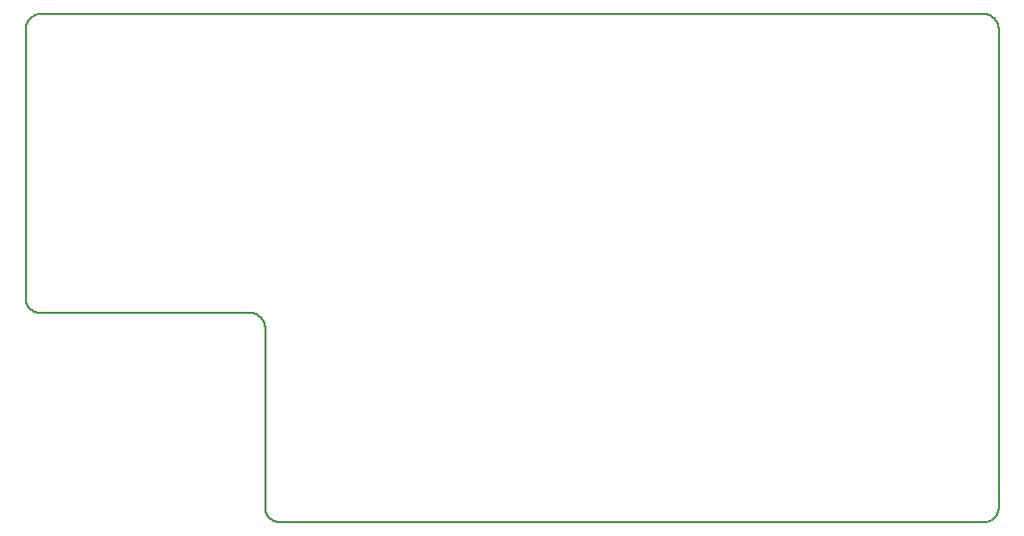
<source format=gbp>
G75*
%MOIN*%
%OFA0B0*%
%FSLAX25Y25*%
%IPPOS*%
%LPD*%
%AMOC8*
5,1,8,0,0,1.08239X$1,22.5*
%
%ADD10C,0.00796*%
D10*
X0091300Y0006398D02*
X0091300Y0066398D01*
X0091298Y0066538D01*
X0091292Y0066678D01*
X0091282Y0066818D01*
X0091269Y0066958D01*
X0091251Y0067097D01*
X0091229Y0067236D01*
X0091204Y0067373D01*
X0091175Y0067511D01*
X0091142Y0067647D01*
X0091105Y0067782D01*
X0091064Y0067916D01*
X0091019Y0068049D01*
X0090971Y0068181D01*
X0090919Y0068311D01*
X0090864Y0068440D01*
X0090805Y0068567D01*
X0090742Y0068693D01*
X0090676Y0068817D01*
X0090607Y0068938D01*
X0090534Y0069058D01*
X0090457Y0069176D01*
X0090378Y0069291D01*
X0090295Y0069405D01*
X0090209Y0069515D01*
X0090120Y0069624D01*
X0090028Y0069730D01*
X0089933Y0069833D01*
X0089836Y0069934D01*
X0089735Y0070031D01*
X0089632Y0070126D01*
X0089526Y0070218D01*
X0089417Y0070307D01*
X0089307Y0070393D01*
X0089193Y0070476D01*
X0089078Y0070555D01*
X0088960Y0070632D01*
X0088840Y0070705D01*
X0088719Y0070774D01*
X0088595Y0070840D01*
X0088469Y0070903D01*
X0088342Y0070962D01*
X0088213Y0071017D01*
X0088083Y0071069D01*
X0087951Y0071117D01*
X0087818Y0071162D01*
X0087684Y0071203D01*
X0087549Y0071240D01*
X0087413Y0071273D01*
X0087275Y0071302D01*
X0087138Y0071327D01*
X0086999Y0071349D01*
X0086860Y0071367D01*
X0086720Y0071380D01*
X0086580Y0071390D01*
X0086440Y0071396D01*
X0086300Y0071398D01*
X0016300Y0071398D01*
X0016160Y0071400D01*
X0016020Y0071406D01*
X0015880Y0071416D01*
X0015740Y0071429D01*
X0015601Y0071447D01*
X0015462Y0071469D01*
X0015325Y0071494D01*
X0015187Y0071523D01*
X0015051Y0071556D01*
X0014916Y0071593D01*
X0014782Y0071634D01*
X0014649Y0071679D01*
X0014517Y0071727D01*
X0014387Y0071779D01*
X0014258Y0071834D01*
X0014131Y0071893D01*
X0014005Y0071956D01*
X0013881Y0072022D01*
X0013760Y0072091D01*
X0013640Y0072164D01*
X0013522Y0072241D01*
X0013407Y0072320D01*
X0013293Y0072403D01*
X0013183Y0072489D01*
X0013074Y0072578D01*
X0012968Y0072670D01*
X0012865Y0072765D01*
X0012764Y0072862D01*
X0012667Y0072963D01*
X0012572Y0073066D01*
X0012480Y0073172D01*
X0012391Y0073281D01*
X0012305Y0073391D01*
X0012222Y0073505D01*
X0012143Y0073620D01*
X0012066Y0073738D01*
X0011993Y0073858D01*
X0011924Y0073979D01*
X0011858Y0074103D01*
X0011795Y0074229D01*
X0011736Y0074356D01*
X0011681Y0074485D01*
X0011629Y0074615D01*
X0011581Y0074747D01*
X0011536Y0074880D01*
X0011495Y0075014D01*
X0011458Y0075149D01*
X0011425Y0075285D01*
X0011396Y0075423D01*
X0011371Y0075560D01*
X0011349Y0075699D01*
X0011331Y0075838D01*
X0011318Y0075978D01*
X0011308Y0076118D01*
X0011302Y0076258D01*
X0011300Y0076398D01*
X0011300Y0166398D01*
X0011302Y0166538D01*
X0011308Y0166678D01*
X0011318Y0166818D01*
X0011331Y0166958D01*
X0011349Y0167097D01*
X0011371Y0167236D01*
X0011396Y0167373D01*
X0011425Y0167511D01*
X0011458Y0167647D01*
X0011495Y0167782D01*
X0011536Y0167916D01*
X0011581Y0168049D01*
X0011629Y0168181D01*
X0011681Y0168311D01*
X0011736Y0168440D01*
X0011795Y0168567D01*
X0011858Y0168693D01*
X0011924Y0168817D01*
X0011993Y0168938D01*
X0012066Y0169058D01*
X0012143Y0169176D01*
X0012222Y0169291D01*
X0012305Y0169405D01*
X0012391Y0169515D01*
X0012480Y0169624D01*
X0012572Y0169730D01*
X0012667Y0169833D01*
X0012764Y0169934D01*
X0012865Y0170031D01*
X0012968Y0170126D01*
X0013074Y0170218D01*
X0013183Y0170307D01*
X0013293Y0170393D01*
X0013407Y0170476D01*
X0013522Y0170555D01*
X0013640Y0170632D01*
X0013760Y0170705D01*
X0013881Y0170774D01*
X0014005Y0170840D01*
X0014131Y0170903D01*
X0014258Y0170962D01*
X0014387Y0171017D01*
X0014517Y0171069D01*
X0014649Y0171117D01*
X0014782Y0171162D01*
X0014916Y0171203D01*
X0015051Y0171240D01*
X0015187Y0171273D01*
X0015325Y0171302D01*
X0015462Y0171327D01*
X0015601Y0171349D01*
X0015740Y0171367D01*
X0015880Y0171380D01*
X0016020Y0171390D01*
X0016160Y0171396D01*
X0016300Y0171398D01*
X0331300Y0171398D01*
X0331440Y0171396D01*
X0331580Y0171390D01*
X0331720Y0171380D01*
X0331860Y0171367D01*
X0331999Y0171349D01*
X0332138Y0171327D01*
X0332275Y0171302D01*
X0332413Y0171273D01*
X0332549Y0171240D01*
X0332684Y0171203D01*
X0332818Y0171162D01*
X0332951Y0171117D01*
X0333083Y0171069D01*
X0333213Y0171017D01*
X0333342Y0170962D01*
X0333469Y0170903D01*
X0333595Y0170840D01*
X0333719Y0170774D01*
X0333840Y0170705D01*
X0333960Y0170632D01*
X0334078Y0170555D01*
X0334193Y0170476D01*
X0334307Y0170393D01*
X0334417Y0170307D01*
X0334526Y0170218D01*
X0334632Y0170126D01*
X0334735Y0170031D01*
X0334836Y0169934D01*
X0334933Y0169833D01*
X0335028Y0169730D01*
X0335120Y0169624D01*
X0335209Y0169515D01*
X0335295Y0169405D01*
X0335378Y0169291D01*
X0335457Y0169176D01*
X0335534Y0169058D01*
X0335607Y0168938D01*
X0335676Y0168817D01*
X0335742Y0168693D01*
X0335805Y0168567D01*
X0335864Y0168440D01*
X0335919Y0168311D01*
X0335971Y0168181D01*
X0336019Y0168049D01*
X0336064Y0167916D01*
X0336105Y0167782D01*
X0336142Y0167647D01*
X0336175Y0167511D01*
X0336204Y0167373D01*
X0336229Y0167236D01*
X0336251Y0167097D01*
X0336269Y0166958D01*
X0336282Y0166818D01*
X0336292Y0166678D01*
X0336298Y0166538D01*
X0336300Y0166398D01*
X0336300Y0006398D01*
X0336298Y0006258D01*
X0336292Y0006118D01*
X0336282Y0005978D01*
X0336269Y0005838D01*
X0336251Y0005699D01*
X0336229Y0005560D01*
X0336204Y0005423D01*
X0336175Y0005285D01*
X0336142Y0005149D01*
X0336105Y0005014D01*
X0336064Y0004880D01*
X0336019Y0004747D01*
X0335971Y0004615D01*
X0335919Y0004485D01*
X0335864Y0004356D01*
X0335805Y0004229D01*
X0335742Y0004103D01*
X0335676Y0003979D01*
X0335607Y0003858D01*
X0335534Y0003738D01*
X0335457Y0003620D01*
X0335378Y0003505D01*
X0335295Y0003391D01*
X0335209Y0003281D01*
X0335120Y0003172D01*
X0335028Y0003066D01*
X0334933Y0002963D01*
X0334836Y0002862D01*
X0334735Y0002765D01*
X0334632Y0002670D01*
X0334526Y0002578D01*
X0334417Y0002489D01*
X0334307Y0002403D01*
X0334193Y0002320D01*
X0334078Y0002241D01*
X0333960Y0002164D01*
X0333840Y0002091D01*
X0333719Y0002022D01*
X0333595Y0001956D01*
X0333469Y0001893D01*
X0333342Y0001834D01*
X0333213Y0001779D01*
X0333083Y0001727D01*
X0332951Y0001679D01*
X0332818Y0001634D01*
X0332684Y0001593D01*
X0332549Y0001556D01*
X0332413Y0001523D01*
X0332275Y0001494D01*
X0332138Y0001469D01*
X0331999Y0001447D01*
X0331860Y0001429D01*
X0331720Y0001416D01*
X0331580Y0001406D01*
X0331440Y0001400D01*
X0331300Y0001398D01*
X0096300Y0001398D01*
X0096160Y0001400D01*
X0096020Y0001406D01*
X0095880Y0001416D01*
X0095740Y0001429D01*
X0095601Y0001447D01*
X0095462Y0001469D01*
X0095325Y0001494D01*
X0095187Y0001523D01*
X0095051Y0001556D01*
X0094916Y0001593D01*
X0094782Y0001634D01*
X0094649Y0001679D01*
X0094517Y0001727D01*
X0094387Y0001779D01*
X0094258Y0001834D01*
X0094131Y0001893D01*
X0094005Y0001956D01*
X0093881Y0002022D01*
X0093760Y0002091D01*
X0093640Y0002164D01*
X0093522Y0002241D01*
X0093407Y0002320D01*
X0093293Y0002403D01*
X0093183Y0002489D01*
X0093074Y0002578D01*
X0092968Y0002670D01*
X0092865Y0002765D01*
X0092764Y0002862D01*
X0092667Y0002963D01*
X0092572Y0003066D01*
X0092480Y0003172D01*
X0092391Y0003281D01*
X0092305Y0003391D01*
X0092222Y0003505D01*
X0092143Y0003620D01*
X0092066Y0003738D01*
X0091993Y0003858D01*
X0091924Y0003979D01*
X0091858Y0004103D01*
X0091795Y0004229D01*
X0091736Y0004356D01*
X0091681Y0004485D01*
X0091629Y0004615D01*
X0091581Y0004747D01*
X0091536Y0004880D01*
X0091495Y0005014D01*
X0091458Y0005149D01*
X0091425Y0005285D01*
X0091396Y0005423D01*
X0091371Y0005560D01*
X0091349Y0005699D01*
X0091331Y0005838D01*
X0091318Y0005978D01*
X0091308Y0006118D01*
X0091302Y0006258D01*
X0091300Y0006398D01*
M02*

</source>
